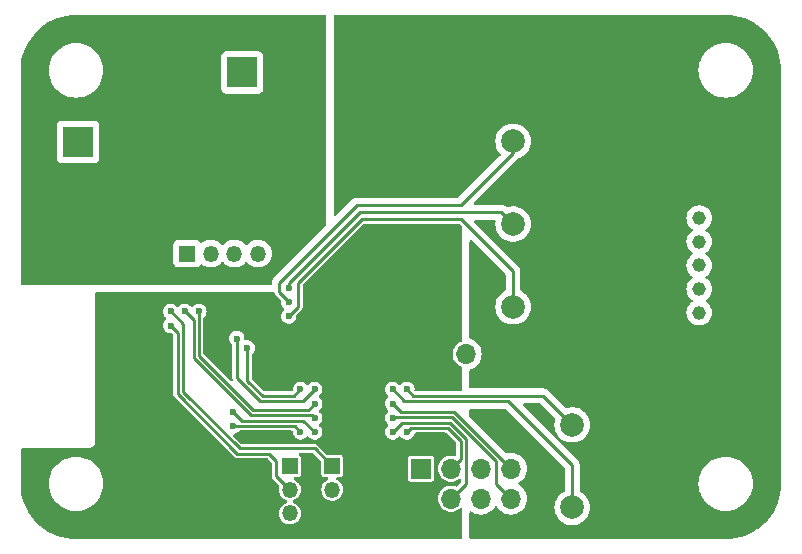
<source format=gbr>
%TF.GenerationSoftware,KiCad,Pcbnew,8.0.2*%
%TF.CreationDate,2024-06-05T10:22:25+03:00*%
%TF.ProjectId,LED driver,4c454420-6472-4697-9665-722e6b696361,rev?*%
%TF.SameCoordinates,Original*%
%TF.FileFunction,Copper,L2,Bot*%
%TF.FilePolarity,Positive*%
%FSLAX46Y46*%
G04 Gerber Fmt 4.6, Leading zero omitted, Abs format (unit mm)*
G04 Created by KiCad (PCBNEW 8.0.2) date 2024-06-05 10:22:25*
%MOMM*%
%LPD*%
G01*
G04 APERTURE LIST*
%TA.AperFunction,ComponentPad*%
%ADD10R,1.700000X1.700000*%
%TD*%
%TA.AperFunction,ComponentPad*%
%ADD11O,1.700000X1.700000*%
%TD*%
%TA.AperFunction,ComponentPad*%
%ADD12R,2.600000X2.600000*%
%TD*%
%TA.AperFunction,ComponentPad*%
%ADD13C,2.600000*%
%TD*%
%TA.AperFunction,ComponentPad*%
%ADD14C,2.000000*%
%TD*%
%TA.AperFunction,ComponentPad*%
%ADD15R,1.350000X1.350000*%
%TD*%
%TA.AperFunction,ComponentPad*%
%ADD16O,1.350000X1.350000*%
%TD*%
%TA.AperFunction,ComponentPad*%
%ADD17R,1.150000X1.150000*%
%TD*%
%TA.AperFunction,ComponentPad*%
%ADD18C,1.150000*%
%TD*%
%TA.AperFunction,ViaPad*%
%ADD19C,0.800000*%
%TD*%
%TA.AperFunction,ViaPad*%
%ADD20C,0.600000*%
%TD*%
%TA.AperFunction,Conductor*%
%ADD21C,0.250000*%
%TD*%
G04 APERTURE END LIST*
D10*
%TO.P,J3,1,Pin_1*%
%TO.N,GND*%
X129005000Y-91285000D03*
D11*
%TO.P,J3,2,Pin_2*%
%TO.N,+3.3V*%
X129005000Y-93825000D03*
%TO.P,J3,3,Pin_3*%
%TO.N,/IO0*%
X131545000Y-91285000D03*
%TO.P,J3,4,Pin_4*%
%TO.N,/IO1*%
X131545000Y-93825000D03*
%TO.P,J3,5,Pin_5*%
%TO.N,/IO2*%
X134085000Y-91285000D03*
%TO.P,J3,6,Pin_6*%
%TO.N,/IO3*%
X134085000Y-93825000D03*
%TO.P,J3,7,Pin_7*%
%TO.N,/IO18*%
X136625000Y-91285000D03*
%TO.P,J3,8,Pin_8*%
%TO.N,/IO19*%
X136625000Y-93825000D03*
%TD*%
D12*
%TO.P,J1,1,Pin_1*%
%TO.N,GND*%
X113865000Y-57735000D03*
D13*
%TO.P,J1,2,Pin_2*%
%TO.N,Net-(J1-Pin_2)*%
X108865000Y-57735000D03*
%TD*%
D14*
%TO.P,TP3,1,1*%
%TO.N,/PWM_R*%
X136805000Y-77575000D03*
%TD*%
%TO.P,TP4,1,1*%
%TO.N,/PWM_G*%
X136805000Y-70575000D03*
%TD*%
D12*
%TO.P,J1,1,Pin_1*%
%TO.N,GND*%
X99965000Y-63635000D03*
D13*
%TO.P,J1,2,Pin_2*%
%TO.N,Net-(J1-Pin_2)*%
X99965000Y-68635000D03*
%TD*%
D15*
%TO.P,J4,1,Pin_1*%
%TO.N,Net-(J4-Pin_1)*%
X109205000Y-73075000D03*
D16*
%TO.P,J4,2,Pin_2*%
%TO.N,/RX*%
X111205000Y-73075000D03*
%TO.P,J4,3,Pin_3*%
%TO.N,/TX*%
X113205000Y-73075000D03*
%TO.P,J4,4,Pin_4*%
%TO.N,GND*%
X115205000Y-73075000D03*
%TD*%
D14*
%TO.P,TP1,1,1*%
%TO.N,/PWM_W*%
X141805000Y-94575000D03*
%TD*%
%TO.P,TP2,1,1*%
%TO.N,/PWM_B*%
X141805000Y-87575000D03*
%TD*%
D15*
%TO.P,JP1,1,A*%
%TO.N,/IO9*%
X121505000Y-91075000D03*
D16*
%TO.P,JP1,2,B*%
%TO.N,GND*%
X121505000Y-93075000D03*
%TD*%
D14*
%TO.P,TP5,1,1*%
%TO.N,/PWM_WW*%
X136805000Y-63575000D03*
%TD*%
D10*
%TO.P,J5,1,Pin_1*%
%TO.N,VCC*%
X135330000Y-81575000D03*
D11*
%TO.P,J5,2,Pin_2*%
%TO.N,GND*%
X132790000Y-81575000D03*
%TO.P,J5,3,Pin_3*%
%TO.N,+3.3V*%
X130250000Y-81575000D03*
%TD*%
D15*
%TO.P,JP2,1,A*%
%TO.N,/PWM_WW*%
X117905000Y-91075000D03*
D16*
%TO.P,JP2,2,C*%
%TO.N,Net-(JP2-C)*%
X117905000Y-93075000D03*
%TO.P,JP2,3,B*%
%TO.N,Net-(JP2-B)*%
X117905000Y-95075000D03*
%TD*%
D17*
%TO.P,J2,1,Pin_1*%
%TO.N,VCC*%
X152554999Y-80074986D03*
D18*
%TO.P,J2,2,Pin_2*%
%TO.N,/W*%
X152554999Y-78074985D03*
%TO.P,J2,3,Pin_3*%
%TO.N,/B*%
X152554999Y-76074986D03*
%TO.P,J2,4,Pin_4*%
%TO.N,/R*%
X152554999Y-74074985D03*
%TO.P,J2,5,Pin_5*%
%TO.N,/G*%
X152554999Y-72074987D03*
%TO.P,J2,6,Pin_6*%
%TO.N,/WW*%
X152554999Y-70074986D03*
%TD*%
D19*
%TO.N,VCC*%
X124555000Y-59825000D03*
X124555000Y-58575000D03*
X124555000Y-57325000D03*
X123900000Y-67975000D03*
X124555000Y-56075000D03*
D20*
%TO.N,+3.3V*%
X107435000Y-92880000D03*
D19*
X115205000Y-78635000D03*
D20*
X105385000Y-91280000D03*
X103425000Y-91280000D03*
X122310000Y-95845000D03*
D19*
X127505000Y-77775000D03*
D20*
X126135000Y-91380000D03*
X109535000Y-92880000D03*
X130535000Y-71080000D03*
D19*
X126005000Y-77775000D03*
D20*
%TO.N,/PWM_W*%
X113405000Y-80275000D03*
X120005000Y-84575000D03*
X126605000Y-84575000D03*
%TO.N,/PWM_B*%
X114305000Y-81075000D03*
X118805000Y-84575000D03*
X127805000Y-84575000D03*
%TO.N,/PWM_R*%
X117805000Y-78375000D03*
%TO.N,/PWM_G*%
X117805000Y-75975000D03*
%TO.N,/PWM_WW*%
X117805000Y-77175000D03*
%TO.N,/IO9*%
X107805000Y-77975000D03*
D19*
%TO.N,Net-(J1-Pin_2)*%
X120555000Y-61575000D03*
X119305000Y-62825000D03*
X119305000Y-61575000D03*
X120555000Y-62825000D03*
D20*
%TO.N,Net-(JP2-C)*%
X107805000Y-79175000D03*
%TO.N,/IO0*%
X113105000Y-87675000D03*
X118805000Y-88175000D03*
X127805000Y-88175000D03*
%TO.N,/IO19*%
X109005000Y-77975000D03*
X126605000Y-86975000D03*
X120005000Y-86975000D03*
%TO.N,/IO18*%
X126605000Y-85775000D03*
X110205000Y-77975000D03*
X120005000Y-85775000D03*
%TO.N,/IO1*%
X120005000Y-88175000D03*
X126605000Y-88175000D03*
X113105000Y-86475000D03*
%TD*%
D21*
%TO.N,/PWM_W*%
X115405000Y-85575000D02*
X113405000Y-83575000D01*
X113405000Y-83575000D02*
X113405000Y-80275000D01*
X136405000Y-85575000D02*
X141805000Y-90975000D01*
X127605000Y-85575000D02*
X136405000Y-85575000D01*
X141805000Y-90975000D02*
X141805000Y-94575000D01*
X126605000Y-84575000D02*
X127605000Y-85575000D01*
X119005000Y-85575000D02*
X115405000Y-85575000D01*
X120005000Y-84575000D02*
X119005000Y-85575000D01*
%TO.N,/PWM_B*%
X115591396Y-85125000D02*
X114305000Y-83838604D01*
X118255000Y-85125000D02*
X115591396Y-85125000D01*
X139355000Y-85125000D02*
X141805000Y-87575000D01*
X127805000Y-84575000D02*
X128355000Y-85125000D01*
X118805000Y-84575000D02*
X118255000Y-85125000D01*
X114305000Y-83838604D02*
X114305000Y-81075000D01*
X128355000Y-85125000D02*
X139355000Y-85125000D01*
%TO.N,/PWM_R*%
X118605000Y-77575000D02*
X118605000Y-75575000D01*
X124005000Y-70175000D02*
X132405000Y-70175000D01*
X132405000Y-70175000D02*
X136805000Y-74575000D01*
X117805000Y-78375000D02*
X118605000Y-77575000D01*
X118605000Y-75575000D02*
X124005000Y-70175000D01*
X136805000Y-74575000D02*
X136805000Y-77575000D01*
%TO.N,/PWM_G*%
X117805000Y-75575000D02*
X123805000Y-69575000D01*
X117805000Y-75975000D02*
X117805000Y-75575000D01*
X123805000Y-69575000D02*
X135805000Y-69575000D01*
X135805000Y-69575000D02*
X136805000Y-70575000D01*
%TO.N,/PWM_WW*%
X117805000Y-77175000D02*
X117005000Y-76375000D01*
X117005000Y-75575000D02*
X123605000Y-68975000D01*
X123605000Y-68975000D02*
X132405000Y-68975000D01*
X136805000Y-64575000D02*
X136805000Y-63575000D01*
X132405000Y-68975000D02*
X136805000Y-64575000D01*
X117005000Y-76375000D02*
X117005000Y-75575000D01*
%TO.N,/IO9*%
X120005000Y-89575000D02*
X121505000Y-91075000D01*
X113641396Y-89575000D02*
X120005000Y-89575000D01*
X108855000Y-79025000D02*
X108855000Y-84788604D01*
X108855000Y-84788604D02*
X113641396Y-89575000D01*
X107805000Y-77975000D02*
X108855000Y-79025000D01*
%TO.N,Net-(JP2-C)*%
X108405000Y-79775000D02*
X108405000Y-84975000D01*
X107805000Y-79175000D02*
X108405000Y-79775000D01*
X116155000Y-90025000D02*
X116755000Y-90625000D01*
X113455000Y-90025000D02*
X116155000Y-90025000D01*
X116755000Y-90625000D02*
X116755000Y-91925000D01*
X116755000Y-91925000D02*
X117905000Y-93075000D01*
X108405000Y-84975000D02*
X113455000Y-90025000D01*
%TO.N,/IO0*%
X113105000Y-87675000D02*
X118305000Y-87675000D01*
X128130000Y-87850000D02*
X131257208Y-87850000D01*
X132355000Y-90475000D02*
X131545000Y-91285000D01*
X132355000Y-88947792D02*
X132355000Y-90475000D01*
X127805000Y-88175000D02*
X128130000Y-87850000D01*
X118305000Y-87675000D02*
X118805000Y-88175000D01*
X131257208Y-87850000D02*
X132355000Y-88947792D01*
%TO.N,/IO19*%
X126605000Y-86975000D02*
X126630000Y-86950000D01*
X114605000Y-86775000D02*
X119805000Y-86775000D01*
X135355000Y-92555000D02*
X136625000Y-93825000D01*
X135355000Y-90675000D02*
X135355000Y-92555000D01*
X126630000Y-86950000D02*
X131630000Y-86950000D01*
X119805000Y-86775000D02*
X120005000Y-86975000D01*
X109755000Y-78725000D02*
X109755000Y-81925000D01*
X131630000Y-86950000D02*
X135355000Y-90675000D01*
X109755000Y-81925000D02*
X114605000Y-86775000D01*
X109005000Y-77975000D02*
X109755000Y-78725000D01*
%TO.N,/IO18*%
X114791396Y-86325000D02*
X110205000Y-81738604D01*
X110205000Y-81738604D02*
X110205000Y-77975000D01*
X119455000Y-86325000D02*
X114791396Y-86325000D01*
X120005000Y-85775000D02*
X119455000Y-86325000D01*
X127330000Y-86500000D02*
X131816396Y-86500000D01*
X136601396Y-91285000D02*
X136625000Y-91285000D01*
X131816396Y-86500000D02*
X136601396Y-91285000D01*
X126605000Y-85775000D02*
X127330000Y-86500000D01*
%TO.N,/IO1*%
X127380000Y-87400000D02*
X131443604Y-87400000D01*
X132805000Y-88761396D02*
X132805000Y-92565000D01*
X113105000Y-86475000D02*
X113855000Y-87225000D01*
X131443604Y-87400000D02*
X132805000Y-88761396D01*
X113855000Y-87225000D02*
X119055000Y-87225000D01*
X126605000Y-88175000D02*
X127380000Y-87400000D01*
X132805000Y-92565000D02*
X131545000Y-93825000D01*
X119055000Y-87225000D02*
X120005000Y-88175000D01*
%TD*%
%TA.AperFunction,Conductor*%
%TO.N,Net-(J1-Pin_2)*%
G36*
X120948039Y-52895185D02*
G01*
X120993794Y-52947989D01*
X121005000Y-52999500D01*
X121005000Y-70639047D01*
X120985315Y-70706086D01*
X120968681Y-70726728D01*
X116519144Y-75176264D01*
X116519138Y-75176272D01*
X116450690Y-75278708D01*
X116450689Y-75278710D01*
X116423155Y-75345183D01*
X116423156Y-75345184D01*
X116403536Y-75392549D01*
X116403535Y-75392555D01*
X116379500Y-75513389D01*
X116379500Y-75651000D01*
X116359815Y-75718039D01*
X116307011Y-75763794D01*
X116255500Y-75775000D01*
X100884061Y-75775000D01*
X100875162Y-75774500D01*
X100872660Y-75774500D01*
X100844562Y-75774500D01*
X95229500Y-75774500D01*
X95162461Y-75754815D01*
X95116706Y-75702011D01*
X95105500Y-75650500D01*
X95105500Y-72352135D01*
X108029500Y-72352135D01*
X108029500Y-73797870D01*
X108029501Y-73797876D01*
X108035908Y-73857483D01*
X108086202Y-73992328D01*
X108086206Y-73992335D01*
X108172452Y-74107544D01*
X108172455Y-74107547D01*
X108287664Y-74193793D01*
X108287671Y-74193797D01*
X108422517Y-74244091D01*
X108422516Y-74244091D01*
X108429444Y-74244835D01*
X108482127Y-74250500D01*
X109927872Y-74250499D01*
X109987483Y-74244091D01*
X110122331Y-74193796D01*
X110237546Y-74107546D01*
X110299785Y-74024404D01*
X110355718Y-73982535D01*
X110425410Y-73977551D01*
X110482588Y-74007078D01*
X110493568Y-74017088D01*
X110493570Y-74017089D01*
X110493571Y-74017090D01*
X110678786Y-74131770D01*
X110678792Y-74131773D01*
X110701664Y-74140633D01*
X110881931Y-74210470D01*
X111096074Y-74250500D01*
X111096076Y-74250500D01*
X111313924Y-74250500D01*
X111313926Y-74250500D01*
X111528069Y-74210470D01*
X111731210Y-74131772D01*
X111916432Y-74017088D01*
X112077427Y-73870322D01*
X112106047Y-73832422D01*
X112162153Y-73790787D01*
X112231865Y-73786094D01*
X112293048Y-73819836D01*
X112303946Y-73832414D01*
X112332573Y-73870322D01*
X112493568Y-74017088D01*
X112493575Y-74017092D01*
X112493576Y-74017093D01*
X112678786Y-74131770D01*
X112678792Y-74131773D01*
X112701664Y-74140633D01*
X112881931Y-74210470D01*
X113096074Y-74250500D01*
X113096076Y-74250500D01*
X113313924Y-74250500D01*
X113313926Y-74250500D01*
X113528069Y-74210470D01*
X113731210Y-74131772D01*
X113916432Y-74017088D01*
X114077427Y-73870322D01*
X114106047Y-73832422D01*
X114162153Y-73790787D01*
X114231865Y-73786094D01*
X114293048Y-73819836D01*
X114303946Y-73832414D01*
X114332573Y-73870322D01*
X114493568Y-74017088D01*
X114493575Y-74017092D01*
X114493576Y-74017093D01*
X114678786Y-74131770D01*
X114678792Y-74131773D01*
X114701664Y-74140633D01*
X114881931Y-74210470D01*
X115096074Y-74250500D01*
X115096076Y-74250500D01*
X115313924Y-74250500D01*
X115313926Y-74250500D01*
X115528069Y-74210470D01*
X115731210Y-74131772D01*
X115916432Y-74017088D01*
X116077427Y-73870322D01*
X116208712Y-73696472D01*
X116305817Y-73501459D01*
X116365435Y-73291923D01*
X116385536Y-73075000D01*
X116365435Y-72858077D01*
X116305817Y-72648541D01*
X116208712Y-72453528D01*
X116077427Y-72279678D01*
X116050016Y-72254690D01*
X115960996Y-72173537D01*
X115916432Y-72132912D01*
X115916428Y-72132909D01*
X115916423Y-72132906D01*
X115731213Y-72018229D01*
X115731207Y-72018226D01*
X115646113Y-71985260D01*
X115528069Y-71939530D01*
X115313926Y-71899500D01*
X115096074Y-71899500D01*
X114881931Y-71939530D01*
X114838896Y-71956202D01*
X114678792Y-72018226D01*
X114678786Y-72018229D01*
X114493576Y-72132906D01*
X114493566Y-72132913D01*
X114332573Y-72279676D01*
X114303953Y-72317576D01*
X114247844Y-72359211D01*
X114178132Y-72363902D01*
X114116950Y-72330159D01*
X114106047Y-72317576D01*
X114077426Y-72279676D01*
X113916433Y-72132913D01*
X113916423Y-72132906D01*
X113731213Y-72018229D01*
X113731207Y-72018226D01*
X113646113Y-71985260D01*
X113528069Y-71939530D01*
X113313926Y-71899500D01*
X113096074Y-71899500D01*
X112881931Y-71939530D01*
X112838896Y-71956202D01*
X112678792Y-72018226D01*
X112678786Y-72018229D01*
X112493576Y-72132906D01*
X112493566Y-72132913D01*
X112332573Y-72279676D01*
X112303953Y-72317576D01*
X112247844Y-72359211D01*
X112178132Y-72363902D01*
X112116950Y-72330159D01*
X112106047Y-72317576D01*
X112077426Y-72279676D01*
X111916433Y-72132913D01*
X111916423Y-72132906D01*
X111731213Y-72018229D01*
X111731207Y-72018226D01*
X111646113Y-71985260D01*
X111528069Y-71939530D01*
X111313926Y-71899500D01*
X111096074Y-71899500D01*
X110881931Y-71939530D01*
X110838896Y-71956202D01*
X110678792Y-72018226D01*
X110678786Y-72018229D01*
X110493565Y-72132913D01*
X110482585Y-72142923D01*
X110419780Y-72173537D01*
X110350393Y-72165336D01*
X110299785Y-72125594D01*
X110273848Y-72090948D01*
X110237546Y-72042454D01*
X110237544Y-72042453D01*
X110237544Y-72042452D01*
X110122335Y-71956206D01*
X110122328Y-71956202D01*
X109987482Y-71905908D01*
X109987483Y-71905908D01*
X109927883Y-71899501D01*
X109927881Y-71899500D01*
X109927873Y-71899500D01*
X109927864Y-71899500D01*
X108482129Y-71899500D01*
X108482123Y-71899501D01*
X108422516Y-71905908D01*
X108287671Y-71956202D01*
X108287664Y-71956206D01*
X108172455Y-72042452D01*
X108172452Y-72042455D01*
X108086206Y-72157664D01*
X108086202Y-72157671D01*
X108035908Y-72292517D01*
X108029501Y-72352116D01*
X108029500Y-72352135D01*
X95105500Y-72352135D01*
X95105500Y-62287135D01*
X98164500Y-62287135D01*
X98164500Y-64982870D01*
X98164501Y-64982876D01*
X98170908Y-65042483D01*
X98221202Y-65177328D01*
X98221206Y-65177335D01*
X98307452Y-65292544D01*
X98307455Y-65292547D01*
X98422664Y-65378793D01*
X98422671Y-65378797D01*
X98557517Y-65429091D01*
X98557516Y-65429091D01*
X98564444Y-65429835D01*
X98617127Y-65435500D01*
X101312872Y-65435499D01*
X101372483Y-65429091D01*
X101507331Y-65378796D01*
X101622546Y-65292546D01*
X101708796Y-65177331D01*
X101759091Y-65042483D01*
X101765500Y-64982873D01*
X101765499Y-62287128D01*
X101759091Y-62227517D01*
X101708796Y-62092669D01*
X101708795Y-62092668D01*
X101708793Y-62092664D01*
X101622547Y-61977455D01*
X101622544Y-61977452D01*
X101507335Y-61891206D01*
X101507328Y-61891202D01*
X101372482Y-61840908D01*
X101372483Y-61840908D01*
X101312883Y-61834501D01*
X101312881Y-61834500D01*
X101312873Y-61834500D01*
X101312864Y-61834500D01*
X98617129Y-61834500D01*
X98617123Y-61834501D01*
X98557516Y-61840908D01*
X98422671Y-61891202D01*
X98422664Y-61891206D01*
X98307455Y-61977452D01*
X98307452Y-61977455D01*
X98221206Y-62092664D01*
X98221202Y-62092671D01*
X98170908Y-62227517D01*
X98164501Y-62287116D01*
X98164501Y-62287123D01*
X98164500Y-62287135D01*
X95105500Y-62287135D01*
X95105500Y-57577706D01*
X95105559Y-57575000D01*
X97499564Y-57575000D01*
X97519287Y-57875918D01*
X97519288Y-57875930D01*
X97578118Y-58171683D01*
X97578122Y-58171698D01*
X97675053Y-58457247D01*
X97675062Y-58457268D01*
X97808431Y-58727713D01*
X97808435Y-58727720D01*
X97975973Y-58978459D01*
X98174810Y-59205189D01*
X98401540Y-59404026D01*
X98652279Y-59571564D01*
X98652286Y-59571568D01*
X98922731Y-59704937D01*
X98922736Y-59704939D01*
X98922748Y-59704945D01*
X99208309Y-59801880D01*
X99408251Y-59841651D01*
X99504069Y-59860711D01*
X99504070Y-59860711D01*
X99504080Y-59860713D01*
X99805000Y-59880436D01*
X100105920Y-59860713D01*
X100401691Y-59801880D01*
X100687252Y-59704945D01*
X100957718Y-59571566D01*
X101208461Y-59404025D01*
X101435189Y-59205189D01*
X101634025Y-58978461D01*
X101801566Y-58727718D01*
X101934945Y-58457252D01*
X102031880Y-58171691D01*
X102090713Y-57875920D01*
X102110436Y-57575000D01*
X102090713Y-57274080D01*
X102031880Y-56978309D01*
X101934945Y-56692748D01*
X101801566Y-56422282D01*
X101778082Y-56387135D01*
X112064500Y-56387135D01*
X112064500Y-59082870D01*
X112064501Y-59082876D01*
X112070908Y-59142483D01*
X112121202Y-59277328D01*
X112121206Y-59277335D01*
X112207452Y-59392544D01*
X112207455Y-59392547D01*
X112322664Y-59478793D01*
X112322671Y-59478797D01*
X112457517Y-59529091D01*
X112457516Y-59529091D01*
X112464444Y-59529835D01*
X112517127Y-59535500D01*
X115212872Y-59535499D01*
X115272483Y-59529091D01*
X115407331Y-59478796D01*
X115522546Y-59392546D01*
X115608796Y-59277331D01*
X115659091Y-59142483D01*
X115665500Y-59082873D01*
X115665499Y-56387128D01*
X115659091Y-56327517D01*
X115628790Y-56246277D01*
X115608797Y-56192671D01*
X115608793Y-56192664D01*
X115522547Y-56077455D01*
X115522544Y-56077452D01*
X115407335Y-55991206D01*
X115407328Y-55991202D01*
X115272482Y-55940908D01*
X115272483Y-55940908D01*
X115212883Y-55934501D01*
X115212881Y-55934500D01*
X115212873Y-55934500D01*
X115212864Y-55934500D01*
X112517129Y-55934500D01*
X112517123Y-55934501D01*
X112457516Y-55940908D01*
X112322671Y-55991202D01*
X112322664Y-55991206D01*
X112207455Y-56077452D01*
X112207452Y-56077455D01*
X112121206Y-56192664D01*
X112121202Y-56192671D01*
X112070908Y-56327517D01*
X112064501Y-56387116D01*
X112064501Y-56387123D01*
X112064500Y-56387135D01*
X101778082Y-56387135D01*
X101738246Y-56327517D01*
X101634026Y-56171540D01*
X101435189Y-55944810D01*
X101208459Y-55745973D01*
X100957720Y-55578435D01*
X100957713Y-55578431D01*
X100687268Y-55445062D01*
X100687247Y-55445053D01*
X100401698Y-55348122D01*
X100401692Y-55348120D01*
X100401691Y-55348120D01*
X100401689Y-55348119D01*
X100401683Y-55348118D01*
X100105930Y-55289288D01*
X100105921Y-55289287D01*
X100105920Y-55289287D01*
X99805000Y-55269564D01*
X99504080Y-55289287D01*
X99504079Y-55289287D01*
X99504069Y-55289288D01*
X99208316Y-55348118D01*
X99208301Y-55348122D01*
X98922752Y-55445053D01*
X98922731Y-55445062D01*
X98652286Y-55578431D01*
X98652279Y-55578435D01*
X98401540Y-55745973D01*
X98174810Y-55944810D01*
X97975973Y-56171540D01*
X97808435Y-56422279D01*
X97808431Y-56422286D01*
X97675062Y-56692731D01*
X97675053Y-56692752D01*
X97578122Y-56978301D01*
X97578118Y-56978316D01*
X97519288Y-57274069D01*
X97519287Y-57274081D01*
X97499564Y-57575000D01*
X95105559Y-57575000D01*
X95105618Y-57572297D01*
X95107227Y-57535438D01*
X95123147Y-57170795D01*
X95124087Y-57160064D01*
X95176189Y-56764302D01*
X95178063Y-56753672D01*
X95264463Y-56363950D01*
X95267261Y-56353512D01*
X95387291Y-55972823D01*
X95390979Y-55962691D01*
X95543742Y-55593888D01*
X95548300Y-55584114D01*
X95732617Y-55230045D01*
X95738012Y-55220700D01*
X95952495Y-54884029D01*
X95958685Y-54875189D01*
X96201687Y-54558503D01*
X96208625Y-54550234D01*
X96478304Y-54255932D01*
X96485932Y-54248304D01*
X96780234Y-53978625D01*
X96788503Y-53971687D01*
X97105189Y-53728685D01*
X97114029Y-53722495D01*
X97450700Y-53508012D01*
X97460045Y-53502617D01*
X97814114Y-53318300D01*
X97823888Y-53313742D01*
X98192691Y-53160979D01*
X98202823Y-53157291D01*
X98583521Y-53037258D01*
X98593950Y-53034463D01*
X98983672Y-52948063D01*
X98994302Y-52946189D01*
X99390064Y-52894087D01*
X99400795Y-52893147D01*
X99802297Y-52875617D01*
X99807706Y-52875500D01*
X120881000Y-52875500D01*
X120948039Y-52895185D01*
G37*
%TD.AperFunction*%
%TD*%
%TA.AperFunction,Conductor*%
%TO.N,+3.3V*%
G36*
X132265140Y-70570185D02*
G01*
X132285782Y-70586819D01*
X132468681Y-70769718D01*
X132502166Y-70831041D01*
X132505000Y-70857399D01*
X132505000Y-80420271D01*
X132485315Y-80487310D01*
X132432511Y-80533065D01*
X132425794Y-80535898D01*
X132297364Y-80585651D01*
X132297357Y-80585655D01*
X132123960Y-80693017D01*
X132123958Y-80693019D01*
X131973237Y-80830418D01*
X131850327Y-80993178D01*
X131759422Y-81175739D01*
X131759417Y-81175752D01*
X131703602Y-81371917D01*
X131684785Y-81574999D01*
X131684785Y-81575000D01*
X131703602Y-81778082D01*
X131759417Y-81974247D01*
X131759422Y-81974260D01*
X131850327Y-82156821D01*
X131973237Y-82319581D01*
X132123958Y-82456980D01*
X132123960Y-82456982D01*
X132223141Y-82518392D01*
X132297363Y-82564348D01*
X132425794Y-82614102D01*
X132481195Y-82656673D01*
X132504786Y-82722440D01*
X132505000Y-82729728D01*
X132505000Y-84625500D01*
X132485315Y-84692539D01*
X132432511Y-84738294D01*
X132381000Y-84749500D01*
X128579057Y-84749500D01*
X128512018Y-84729815D01*
X128466263Y-84677011D01*
X128455961Y-84610554D01*
X128460278Y-84575000D01*
X128460278Y-84574999D01*
X128441237Y-84418182D01*
X128385220Y-84270477D01*
X128295483Y-84140470D01*
X128177240Y-84035717D01*
X128177238Y-84035716D01*
X128177237Y-84035715D01*
X128037365Y-83962303D01*
X127883986Y-83924500D01*
X127883985Y-83924500D01*
X127726015Y-83924500D01*
X127726014Y-83924500D01*
X127572634Y-83962303D01*
X127432762Y-84035715D01*
X127314515Y-84140471D01*
X127307048Y-84151290D01*
X127252764Y-84195279D01*
X127183315Y-84202936D01*
X127120751Y-84171831D01*
X127102952Y-84151290D01*
X127095484Y-84140471D01*
X127095483Y-84140470D01*
X126977240Y-84035717D01*
X126977238Y-84035716D01*
X126977237Y-84035715D01*
X126837365Y-83962303D01*
X126683986Y-83924500D01*
X126683985Y-83924500D01*
X126526015Y-83924500D01*
X126526014Y-83924500D01*
X126372634Y-83962303D01*
X126232762Y-84035715D01*
X126114516Y-84140471D01*
X126024781Y-84270475D01*
X126024780Y-84270476D01*
X125968762Y-84418181D01*
X125949722Y-84574999D01*
X125949722Y-84575000D01*
X125968762Y-84731818D01*
X126024780Y-84879523D01*
X126024781Y-84879524D01*
X126114518Y-85009531D01*
X126196527Y-85082185D01*
X126233654Y-85141374D01*
X126232886Y-85211240D01*
X126196527Y-85267815D01*
X126114518Y-85340468D01*
X126024781Y-85470475D01*
X126024780Y-85470476D01*
X125968762Y-85618181D01*
X125949722Y-85774999D01*
X125949722Y-85775000D01*
X125968762Y-85931818D01*
X126018405Y-86062713D01*
X126024780Y-86079523D01*
X126095437Y-86181887D01*
X126114518Y-86209531D01*
X126196527Y-86282185D01*
X126233654Y-86341374D01*
X126232886Y-86411240D01*
X126196527Y-86467815D01*
X126114518Y-86540468D01*
X126024781Y-86670475D01*
X126024780Y-86670476D01*
X125968762Y-86818181D01*
X125949722Y-86974999D01*
X125949722Y-86975000D01*
X125968762Y-87131818D01*
X126009968Y-87240468D01*
X126024780Y-87279523D01*
X126087560Y-87370475D01*
X126114518Y-87409531D01*
X126196527Y-87482185D01*
X126233654Y-87541374D01*
X126232886Y-87611240D01*
X126196527Y-87667815D01*
X126114518Y-87740468D01*
X126024781Y-87870475D01*
X126024780Y-87870476D01*
X125968762Y-88018181D01*
X125949722Y-88174999D01*
X125949722Y-88175000D01*
X125968762Y-88331818D01*
X125995215Y-88401567D01*
X126024780Y-88479523D01*
X126114517Y-88609530D01*
X126232760Y-88714283D01*
X126232762Y-88714284D01*
X126372634Y-88787696D01*
X126526014Y-88825500D01*
X126526015Y-88825500D01*
X126683985Y-88825500D01*
X126837365Y-88787696D01*
X126977240Y-88714283D01*
X127095483Y-88609530D01*
X127102950Y-88598711D01*
X127157233Y-88554722D01*
X127226681Y-88547062D01*
X127289246Y-88578165D01*
X127307049Y-88598711D01*
X127314517Y-88609530D01*
X127432760Y-88714283D01*
X127432762Y-88714284D01*
X127572634Y-88787696D01*
X127726014Y-88825500D01*
X127726015Y-88825500D01*
X127883985Y-88825500D01*
X128037365Y-88787696D01*
X128177240Y-88714283D01*
X128295483Y-88609530D01*
X128385220Y-88479523D01*
X128441237Y-88331818D01*
X128443032Y-88324536D01*
X128445006Y-88325022D01*
X128468529Y-88270373D01*
X128526464Y-88231318D01*
X128564001Y-88225500D01*
X131050309Y-88225500D01*
X131117348Y-88245185D01*
X131137990Y-88261819D01*
X131943181Y-89067010D01*
X131976666Y-89128333D01*
X131979500Y-89154691D01*
X131979500Y-90097332D01*
X131959815Y-90164371D01*
X131907011Y-90210126D01*
X131837853Y-90220070D01*
X131832740Y-90219225D01*
X131646976Y-90184500D01*
X131443024Y-90184500D01*
X131242544Y-90221976D01*
X131242541Y-90221976D01*
X131242541Y-90221977D01*
X131052364Y-90295651D01*
X131052357Y-90295655D01*
X130878960Y-90403017D01*
X130878958Y-90403019D01*
X130728237Y-90540418D01*
X130605327Y-90703178D01*
X130514422Y-90885739D01*
X130514417Y-90885752D01*
X130458602Y-91081917D01*
X130439785Y-91284999D01*
X130439785Y-91285000D01*
X130458602Y-91488082D01*
X130514417Y-91684247D01*
X130514422Y-91684260D01*
X130605327Y-91866821D01*
X130728237Y-92029581D01*
X130878958Y-92166980D01*
X130878960Y-92166982D01*
X130920222Y-92192530D01*
X131052363Y-92274348D01*
X131242544Y-92348024D01*
X131443024Y-92385500D01*
X131443026Y-92385500D01*
X131646974Y-92385500D01*
X131646976Y-92385500D01*
X131847456Y-92348024D01*
X132037637Y-92274348D01*
X132211041Y-92166981D01*
X132221960Y-92157026D01*
X132284763Y-92126408D01*
X132354151Y-92134604D01*
X132408092Y-92179013D01*
X132429461Y-92245535D01*
X132429500Y-92248662D01*
X132429500Y-92358100D01*
X132409815Y-92425139D01*
X132393181Y-92445781D01*
X132070028Y-92768933D01*
X132008705Y-92802418D01*
X131939013Y-92797434D01*
X131937554Y-92796879D01*
X131847461Y-92761977D01*
X131847456Y-92761976D01*
X131646976Y-92724500D01*
X131443024Y-92724500D01*
X131242544Y-92761976D01*
X131242541Y-92761976D01*
X131242541Y-92761977D01*
X131052364Y-92835651D01*
X131052357Y-92835655D01*
X130878960Y-92943017D01*
X130878958Y-92943019D01*
X130728237Y-93080418D01*
X130605327Y-93243178D01*
X130514422Y-93425739D01*
X130514417Y-93425752D01*
X130458602Y-93621917D01*
X130439785Y-93824999D01*
X130439785Y-93825000D01*
X130458602Y-94028082D01*
X130514417Y-94224247D01*
X130514422Y-94224260D01*
X130605327Y-94406821D01*
X130728237Y-94569581D01*
X130878958Y-94706980D01*
X130878960Y-94706982D01*
X130978141Y-94768392D01*
X131052363Y-94814348D01*
X131242544Y-94888024D01*
X131443024Y-94925500D01*
X131443026Y-94925500D01*
X131646974Y-94925500D01*
X131646976Y-94925500D01*
X131847456Y-94888024D01*
X132037637Y-94814348D01*
X132211041Y-94706981D01*
X132297462Y-94628198D01*
X132360266Y-94597581D01*
X132429653Y-94605778D01*
X132483593Y-94650188D01*
X132504961Y-94716710D01*
X132505000Y-94719835D01*
X132505000Y-97150500D01*
X132485315Y-97217539D01*
X132432511Y-97263294D01*
X132381000Y-97274500D01*
X99807706Y-97274500D01*
X99802297Y-97274382D01*
X99400818Y-97256853D01*
X99390042Y-97255910D01*
X98994314Y-97203811D01*
X98983660Y-97201933D01*
X98593960Y-97115538D01*
X98583512Y-97112738D01*
X98202840Y-96992713D01*
X98192674Y-96989013D01*
X97823903Y-96836263D01*
X97814099Y-96831691D01*
X97460057Y-96647388D01*
X97450689Y-96641980D01*
X97114040Y-96427511D01*
X97105179Y-96421306D01*
X96788512Y-96178319D01*
X96780225Y-96171365D01*
X96485943Y-95901705D01*
X96478294Y-95894056D01*
X96208634Y-95599774D01*
X96201680Y-95591487D01*
X95958693Y-95274820D01*
X95952488Y-95265959D01*
X95738019Y-94929310D01*
X95732611Y-94919942D01*
X95715996Y-94888024D01*
X95548305Y-94565893D01*
X95543736Y-94556096D01*
X95532102Y-94528008D01*
X95390982Y-94187315D01*
X95387286Y-94177159D01*
X95380936Y-94157020D01*
X95267260Y-93796483D01*
X95264461Y-93786039D01*
X95260144Y-93766566D01*
X95178064Y-93396331D01*
X95176188Y-93385685D01*
X95157427Y-93243179D01*
X95124087Y-92989937D01*
X95123147Y-92979202D01*
X95105618Y-92577702D01*
X95105559Y-92575000D01*
X97499564Y-92575000D01*
X97514106Y-92796879D01*
X97519287Y-92875918D01*
X97519288Y-92875930D01*
X97578118Y-93171683D01*
X97578122Y-93171698D01*
X97675053Y-93457247D01*
X97675062Y-93457268D01*
X97808431Y-93727713D01*
X97808435Y-93727720D01*
X97975973Y-93978459D01*
X98174810Y-94205189D01*
X98401540Y-94404026D01*
X98652279Y-94571564D01*
X98652286Y-94571568D01*
X98922731Y-94704937D01*
X98922736Y-94704939D01*
X98922748Y-94704945D01*
X99208309Y-94801880D01*
X99408251Y-94841651D01*
X99504069Y-94860711D01*
X99504070Y-94860711D01*
X99504080Y-94860713D01*
X99805000Y-94880436D01*
X100105920Y-94860713D01*
X100401691Y-94801880D01*
X100687252Y-94704945D01*
X100957718Y-94571566D01*
X101208461Y-94404025D01*
X101435189Y-94205189D01*
X101634025Y-93978461D01*
X101801566Y-93727718D01*
X101934945Y-93457252D01*
X102031880Y-93171691D01*
X102090713Y-92875920D01*
X102110436Y-92575000D01*
X102090713Y-92274080D01*
X102083492Y-92237780D01*
X102069410Y-92166982D01*
X102031880Y-91978309D01*
X101934945Y-91692748D01*
X101930759Y-91684260D01*
X101801568Y-91422286D01*
X101801564Y-91422279D01*
X101634026Y-91171540D01*
X101435189Y-90944810D01*
X101208459Y-90745973D01*
X100957720Y-90578435D01*
X100957713Y-90578431D01*
X100687268Y-90445062D01*
X100687247Y-90445053D01*
X100401698Y-90348122D01*
X100401692Y-90348120D01*
X100401691Y-90348120D01*
X100401689Y-90348119D01*
X100401683Y-90348118D01*
X100105930Y-90289288D01*
X100105921Y-90289287D01*
X100105920Y-90289287D01*
X99805000Y-90269564D01*
X99504080Y-90289287D01*
X99504079Y-90289287D01*
X99504069Y-90289288D01*
X99208316Y-90348118D01*
X99208301Y-90348122D01*
X98922752Y-90445053D01*
X98922731Y-90445062D01*
X98652286Y-90578431D01*
X98652279Y-90578435D01*
X98401540Y-90745973D01*
X98174810Y-90944810D01*
X97975973Y-91171540D01*
X97808435Y-91422279D01*
X97808431Y-91422286D01*
X97675062Y-91692731D01*
X97675053Y-91692752D01*
X97578122Y-91978301D01*
X97578118Y-91978316D01*
X97519288Y-92274069D01*
X97519287Y-92274079D01*
X97519287Y-92274080D01*
X97499564Y-92575000D01*
X95105559Y-92575000D01*
X95105500Y-92572293D01*
X95105500Y-89699500D01*
X95125185Y-89632461D01*
X95177989Y-89586706D01*
X95229500Y-89575500D01*
X100872658Y-89575500D01*
X100872660Y-89575500D01*
X100872662Y-89575499D01*
X100872666Y-89575499D01*
X101004580Y-89545391D01*
X101004581Y-89545390D01*
X101004588Y-89545389D01*
X101126507Y-89486675D01*
X101232305Y-89402305D01*
X101316675Y-89296507D01*
X101375389Y-89174588D01*
X101391653Y-89103329D01*
X101405499Y-89042666D01*
X101405500Y-89042658D01*
X101405500Y-77974999D01*
X107149722Y-77974999D01*
X107149722Y-77975000D01*
X107168762Y-78131818D01*
X107218973Y-78264211D01*
X107224780Y-78279523D01*
X107290684Y-78375001D01*
X107314518Y-78409531D01*
X107396527Y-78482185D01*
X107433654Y-78541374D01*
X107432886Y-78611240D01*
X107396527Y-78667815D01*
X107314518Y-78740468D01*
X107224781Y-78870475D01*
X107224780Y-78870476D01*
X107168762Y-79018181D01*
X107149722Y-79174999D01*
X107149722Y-79175000D01*
X107168762Y-79331818D01*
X107224780Y-79479523D01*
X107314517Y-79609530D01*
X107432760Y-79714283D01*
X107432762Y-79714284D01*
X107572634Y-79787696D01*
X107726014Y-79825500D01*
X107873101Y-79825500D01*
X107940140Y-79845185D01*
X107960782Y-79861819D01*
X107993181Y-79894218D01*
X108026666Y-79955541D01*
X108029500Y-79981899D01*
X108029500Y-85024436D01*
X108042277Y-85072123D01*
X108042291Y-85072173D01*
X108042295Y-85072186D01*
X108055090Y-85119938D01*
X108104525Y-85205562D01*
X108104526Y-85205563D01*
X113154525Y-90255562D01*
X113224438Y-90325475D01*
X113310062Y-90374910D01*
X113357811Y-90387705D01*
X113357812Y-90387705D01*
X113367903Y-90390408D01*
X113405564Y-90400500D01*
X113405565Y-90400500D01*
X115948101Y-90400500D01*
X116015140Y-90420185D01*
X116035782Y-90436819D01*
X116343181Y-90744218D01*
X116376666Y-90805541D01*
X116379500Y-90831899D01*
X116379500Y-91974435D01*
X116405090Y-92069938D01*
X116405091Y-92069939D01*
X116405091Y-92069940D01*
X116454526Y-92155563D01*
X116986557Y-92687594D01*
X117020042Y-92748917D01*
X117016808Y-92813591D01*
X116994738Y-92881516D01*
X116974402Y-93075000D01*
X116994738Y-93268483D01*
X117054856Y-93453510D01*
X117054857Y-93453511D01*
X117100382Y-93532362D01*
X117152130Y-93621992D01*
X117189661Y-93663674D01*
X117282302Y-93766564D01*
X117282305Y-93766566D01*
X117282308Y-93766569D01*
X117400352Y-93852333D01*
X117439702Y-93880923D01*
X117621178Y-93961720D01*
X117674415Y-94006970D01*
X117694737Y-94073819D01*
X117675692Y-94141043D01*
X117623326Y-94187299D01*
X117621178Y-94188280D01*
X117439702Y-94269076D01*
X117282305Y-94383433D01*
X117282302Y-94383435D01*
X117152129Y-94528009D01*
X117054857Y-94696488D01*
X117054856Y-94696489D01*
X116994738Y-94881516D01*
X116974402Y-95075000D01*
X116994738Y-95268483D01*
X117054856Y-95453510D01*
X117054857Y-95453511D01*
X117134518Y-95591487D01*
X117152130Y-95621992D01*
X117184220Y-95657631D01*
X117282302Y-95766564D01*
X117282305Y-95766566D01*
X117282308Y-95766569D01*
X117400352Y-95852333D01*
X117439702Y-95880923D01*
X117507926Y-95911297D01*
X117617429Y-95960051D01*
X117807726Y-96000500D01*
X118002274Y-96000500D01*
X118192571Y-95960051D01*
X118370299Y-95880922D01*
X118527692Y-95766569D01*
X118657870Y-95621992D01*
X118755144Y-95453508D01*
X118815262Y-95268482D01*
X118835598Y-95075000D01*
X118815262Y-94881518D01*
X118755144Y-94696492D01*
X118755143Y-94696491D01*
X118755143Y-94696489D01*
X118755142Y-94696488D01*
X118679747Y-94565900D01*
X118657870Y-94528008D01*
X118606882Y-94471381D01*
X118527697Y-94383435D01*
X118527694Y-94383433D01*
X118527693Y-94383432D01*
X118527692Y-94383431D01*
X118370299Y-94269078D01*
X118192571Y-94189949D01*
X118192568Y-94189948D01*
X118188821Y-94188280D01*
X118135584Y-94143030D01*
X118115262Y-94076181D01*
X118134307Y-94008957D01*
X118186672Y-93962701D01*
X118188821Y-93961720D01*
X118192568Y-93960051D01*
X118192571Y-93960051D01*
X118370299Y-93880922D01*
X118527692Y-93766569D01*
X118657870Y-93621992D01*
X118755144Y-93453508D01*
X118815262Y-93268482D01*
X118835598Y-93075000D01*
X118815262Y-92881518D01*
X118755144Y-92696492D01*
X118755143Y-92696491D01*
X118755143Y-92696489D01*
X118755142Y-92696488D01*
X118721202Y-92637703D01*
X118657870Y-92528008D01*
X118606882Y-92471381D01*
X118527697Y-92383435D01*
X118527694Y-92383433D01*
X118527693Y-92383432D01*
X118527692Y-92383431D01*
X118377553Y-92274348D01*
X118370297Y-92269076D01*
X118300002Y-92237780D01*
X118246765Y-92192530D01*
X118226443Y-92125681D01*
X118245488Y-92058457D01*
X118297853Y-92012201D01*
X118350437Y-92000500D01*
X118604676Y-92000500D01*
X118604677Y-92000499D01*
X118677740Y-91985966D01*
X118760601Y-91930601D01*
X118815966Y-91847740D01*
X118830500Y-91774674D01*
X118830500Y-90375326D01*
X118830500Y-90375323D01*
X118830499Y-90375321D01*
X118815967Y-90302264D01*
X118815966Y-90302260D01*
X118811550Y-90295651D01*
X118760601Y-90219399D01*
X118698045Y-90177601D01*
X118653241Y-90123991D01*
X118644534Y-90054666D01*
X118674688Y-89991638D01*
X118734131Y-89954918D01*
X118766937Y-89950500D01*
X119798101Y-89950500D01*
X119865140Y-89970185D01*
X119885782Y-89986819D01*
X120543181Y-90644218D01*
X120576666Y-90705541D01*
X120579500Y-90731899D01*
X120579500Y-91774678D01*
X120594032Y-91847735D01*
X120594033Y-91847739D01*
X120594034Y-91847740D01*
X120649399Y-91930601D01*
X120720800Y-91978309D01*
X120732260Y-91985966D01*
X120732264Y-91985967D01*
X120805321Y-92000499D01*
X120805324Y-92000500D01*
X121059563Y-92000500D01*
X121126602Y-92020185D01*
X121172357Y-92072989D01*
X121182301Y-92142147D01*
X121153276Y-92205703D01*
X121109998Y-92237780D01*
X121039702Y-92269076D01*
X120882305Y-92383433D01*
X120882302Y-92383435D01*
X120752129Y-92528009D01*
X120654857Y-92696488D01*
X120654856Y-92696489D01*
X120594738Y-92881516D01*
X120574402Y-93075000D01*
X120594738Y-93268483D01*
X120654856Y-93453510D01*
X120654857Y-93453511D01*
X120700382Y-93532362D01*
X120752130Y-93621992D01*
X120789661Y-93663674D01*
X120882302Y-93766564D01*
X120882305Y-93766566D01*
X120882308Y-93766569D01*
X121000352Y-93852333D01*
X121039702Y-93880923D01*
X121090913Y-93903723D01*
X121217429Y-93960051D01*
X121407726Y-94000500D01*
X121602274Y-94000500D01*
X121792571Y-93960051D01*
X121970299Y-93880922D01*
X122127692Y-93766569D01*
X122257870Y-93621992D01*
X122355144Y-93453508D01*
X122415262Y-93268482D01*
X122435598Y-93075000D01*
X122415262Y-92881518D01*
X122355144Y-92696492D01*
X122355143Y-92696491D01*
X122355143Y-92696489D01*
X122355142Y-92696488D01*
X122321202Y-92637703D01*
X122257870Y-92528008D01*
X122206882Y-92471381D01*
X122127697Y-92383435D01*
X122127694Y-92383433D01*
X122127693Y-92383432D01*
X122127692Y-92383431D01*
X121977553Y-92274348D01*
X121970297Y-92269076D01*
X121900002Y-92237780D01*
X121846765Y-92192530D01*
X121826443Y-92125681D01*
X121845488Y-92058457D01*
X121897853Y-92012201D01*
X121950437Y-92000500D01*
X122204676Y-92000500D01*
X122204677Y-92000499D01*
X122277740Y-91985966D01*
X122360601Y-91930601D01*
X122415966Y-91847740D01*
X122430500Y-91774674D01*
X122430500Y-90410321D01*
X127904500Y-90410321D01*
X127904500Y-92159678D01*
X127919032Y-92232735D01*
X127919033Y-92232739D01*
X127937405Y-92260235D01*
X127974399Y-92315601D01*
X128057260Y-92370966D01*
X128057264Y-92370967D01*
X128130321Y-92385499D01*
X128130324Y-92385500D01*
X128130326Y-92385500D01*
X129879676Y-92385500D01*
X129879677Y-92385499D01*
X129952740Y-92370966D01*
X130035601Y-92315601D01*
X130090966Y-92232740D01*
X130105500Y-92159674D01*
X130105500Y-90410326D01*
X130105500Y-90410323D01*
X130105499Y-90410321D01*
X130090967Y-90337264D01*
X130090966Y-90337260D01*
X130082457Y-90324525D01*
X130035601Y-90254399D01*
X129952740Y-90199034D01*
X129952739Y-90199033D01*
X129952735Y-90199032D01*
X129879677Y-90184500D01*
X129879674Y-90184500D01*
X128130326Y-90184500D01*
X128130323Y-90184500D01*
X128057264Y-90199032D01*
X128057260Y-90199033D01*
X127974399Y-90254399D01*
X127919033Y-90337260D01*
X127919032Y-90337264D01*
X127904500Y-90410321D01*
X122430500Y-90410321D01*
X122430500Y-90375326D01*
X122430500Y-90375323D01*
X122430499Y-90375321D01*
X122415967Y-90302264D01*
X122415966Y-90302260D01*
X122411550Y-90295651D01*
X122360601Y-90219399D01*
X122298048Y-90177603D01*
X122277739Y-90164033D01*
X122277735Y-90164032D01*
X122204677Y-90149500D01*
X122204674Y-90149500D01*
X121161899Y-90149500D01*
X121094860Y-90129815D01*
X121074218Y-90113181D01*
X120235563Y-89274526D01*
X120235562Y-89274525D01*
X120149938Y-89225090D01*
X120102186Y-89212295D01*
X120102184Y-89212294D01*
X120102182Y-89212293D01*
X120054436Y-89199500D01*
X120054435Y-89199500D01*
X113848295Y-89199500D01*
X113781256Y-89179815D01*
X113760614Y-89163181D01*
X113130015Y-88532582D01*
X113096530Y-88471259D01*
X113101514Y-88401567D01*
X113143386Y-88345634D01*
X113188017Y-88324506D01*
X113337365Y-88287696D01*
X113477240Y-88214283D01*
X113595483Y-88109530D01*
X113599257Y-88104061D01*
X113653537Y-88060071D01*
X113701308Y-88050500D01*
X118025722Y-88050500D01*
X118092761Y-88070185D01*
X118138516Y-88122989D01*
X118148226Y-88167626D01*
X118148818Y-88167555D01*
X118149584Y-88173868D01*
X118149722Y-88174500D01*
X118149722Y-88175000D01*
X118168762Y-88331818D01*
X118195215Y-88401567D01*
X118224780Y-88479523D01*
X118314517Y-88609530D01*
X118432760Y-88714283D01*
X118432762Y-88714284D01*
X118572634Y-88787696D01*
X118726014Y-88825500D01*
X118726015Y-88825500D01*
X118883985Y-88825500D01*
X119037365Y-88787696D01*
X119177240Y-88714283D01*
X119295483Y-88609530D01*
X119302950Y-88598711D01*
X119357233Y-88554722D01*
X119426681Y-88547062D01*
X119489246Y-88578165D01*
X119507049Y-88598711D01*
X119514517Y-88609530D01*
X119632760Y-88714283D01*
X119632762Y-88714284D01*
X119772634Y-88787696D01*
X119926014Y-88825500D01*
X119926015Y-88825500D01*
X120083985Y-88825500D01*
X120237365Y-88787696D01*
X120377240Y-88714283D01*
X120495483Y-88609530D01*
X120585220Y-88479523D01*
X120641237Y-88331818D01*
X120660278Y-88175000D01*
X120652329Y-88109529D01*
X120641237Y-88018181D01*
X120594698Y-87895469D01*
X120585220Y-87870477D01*
X120495483Y-87740470D01*
X120413471Y-87667814D01*
X120376346Y-87608627D01*
X120377113Y-87538761D01*
X120413471Y-87482185D01*
X120495483Y-87409530D01*
X120585220Y-87279523D01*
X120641237Y-87131818D01*
X120660278Y-86975000D01*
X120641237Y-86818182D01*
X120585220Y-86670477D01*
X120495483Y-86540470D01*
X120413471Y-86467814D01*
X120376346Y-86408627D01*
X120377113Y-86338761D01*
X120413471Y-86282185D01*
X120495483Y-86209530D01*
X120585220Y-86079523D01*
X120641237Y-85931818D01*
X120660278Y-85775000D01*
X120641237Y-85618182D01*
X120585220Y-85470477D01*
X120495483Y-85340470D01*
X120413471Y-85267814D01*
X120376346Y-85208627D01*
X120377113Y-85138761D01*
X120413471Y-85082185D01*
X120495483Y-85009530D01*
X120585220Y-84879523D01*
X120641237Y-84731818D01*
X120660278Y-84575000D01*
X120641237Y-84418182D01*
X120585220Y-84270477D01*
X120495483Y-84140470D01*
X120377240Y-84035717D01*
X120377238Y-84035716D01*
X120377237Y-84035715D01*
X120237365Y-83962303D01*
X120083986Y-83924500D01*
X120083985Y-83924500D01*
X119926015Y-83924500D01*
X119926014Y-83924500D01*
X119772634Y-83962303D01*
X119632762Y-84035715D01*
X119514515Y-84140471D01*
X119507048Y-84151290D01*
X119452764Y-84195279D01*
X119383315Y-84202936D01*
X119320751Y-84171831D01*
X119302952Y-84151290D01*
X119295484Y-84140471D01*
X119295483Y-84140470D01*
X119177240Y-84035717D01*
X119177238Y-84035716D01*
X119177237Y-84035715D01*
X119037365Y-83962303D01*
X118883986Y-83924500D01*
X118883985Y-83924500D01*
X118726015Y-83924500D01*
X118726014Y-83924500D01*
X118572634Y-83962303D01*
X118432762Y-84035715D01*
X118314516Y-84140471D01*
X118224781Y-84270475D01*
X118224780Y-84270476D01*
X118168763Y-84418181D01*
X118149722Y-84575000D01*
X118154039Y-84610554D01*
X118142579Y-84679477D01*
X118095675Y-84731263D01*
X118030943Y-84749500D01*
X115798296Y-84749500D01*
X115731257Y-84729815D01*
X115710615Y-84713181D01*
X114716819Y-83719385D01*
X114683334Y-83658062D01*
X114680500Y-83631704D01*
X114680500Y-81667202D01*
X114700185Y-81600163D01*
X114722274Y-81574386D01*
X114795482Y-81509531D01*
X114829500Y-81460247D01*
X114885220Y-81379523D01*
X114941237Y-81231818D01*
X114960278Y-81075000D01*
X114941237Y-80918182D01*
X114885220Y-80770477D01*
X114795483Y-80640470D01*
X114677240Y-80535717D01*
X114677238Y-80535716D01*
X114677237Y-80535715D01*
X114537365Y-80462303D01*
X114383986Y-80424500D01*
X114383985Y-80424500D01*
X114226015Y-80424500D01*
X114226014Y-80424500D01*
X114210876Y-80428231D01*
X114141074Y-80425161D01*
X114084012Y-80384841D01*
X114057807Y-80320071D01*
X114058106Y-80292887D01*
X114060278Y-80274999D01*
X114041237Y-80118181D01*
X114019992Y-80062164D01*
X113985220Y-79970477D01*
X113895483Y-79840470D01*
X113777240Y-79735717D01*
X113777238Y-79735716D01*
X113777237Y-79735715D01*
X113637365Y-79662303D01*
X113483986Y-79624500D01*
X113483985Y-79624500D01*
X113326015Y-79624500D01*
X113326014Y-79624500D01*
X113172634Y-79662303D01*
X113032762Y-79735715D01*
X112914516Y-79840471D01*
X112824781Y-79970475D01*
X112824780Y-79970476D01*
X112768762Y-80118181D01*
X112749722Y-80274999D01*
X112749722Y-80275000D01*
X112768762Y-80431818D01*
X112824780Y-80579523D01*
X112824781Y-80579524D01*
X112914517Y-80709531D01*
X112987726Y-80774386D01*
X113024853Y-80833574D01*
X113029500Y-80867202D01*
X113029500Y-83624435D01*
X113045210Y-83683066D01*
X113055092Y-83719946D01*
X113055335Y-83720531D01*
X113055392Y-83721063D01*
X113057194Y-83727788D01*
X113056144Y-83728069D01*
X113062799Y-83790001D01*
X113031520Y-83852478D01*
X112971429Y-83888126D01*
X112901604Y-83885628D01*
X112853090Y-83855657D01*
X110616819Y-81619386D01*
X110583334Y-81558063D01*
X110580500Y-81531705D01*
X110580500Y-78567202D01*
X110600185Y-78500163D01*
X110622274Y-78474386D01*
X110695482Y-78409531D01*
X110695483Y-78409530D01*
X110785220Y-78279523D01*
X110841237Y-78131818D01*
X110860278Y-77975000D01*
X110847264Y-77867815D01*
X110841237Y-77818181D01*
X110813268Y-77744433D01*
X110785220Y-77670477D01*
X110695483Y-77540470D01*
X110577240Y-77435717D01*
X110577238Y-77435716D01*
X110577237Y-77435715D01*
X110437365Y-77362303D01*
X110283986Y-77324500D01*
X110283985Y-77324500D01*
X110126015Y-77324500D01*
X110126014Y-77324500D01*
X109972634Y-77362303D01*
X109832762Y-77435715D01*
X109714515Y-77540471D01*
X109707048Y-77551290D01*
X109652764Y-77595279D01*
X109583315Y-77602936D01*
X109520751Y-77571831D01*
X109502952Y-77551290D01*
X109495484Y-77540471D01*
X109426687Y-77479523D01*
X109377240Y-77435717D01*
X109377238Y-77435716D01*
X109377237Y-77435715D01*
X109237365Y-77362303D01*
X109083986Y-77324500D01*
X109083985Y-77324500D01*
X108926015Y-77324500D01*
X108926014Y-77324500D01*
X108772634Y-77362303D01*
X108632762Y-77435715D01*
X108514515Y-77540471D01*
X108507048Y-77551290D01*
X108452764Y-77595279D01*
X108383315Y-77602936D01*
X108320751Y-77571831D01*
X108302952Y-77551290D01*
X108295484Y-77540471D01*
X108226687Y-77479523D01*
X108177240Y-77435717D01*
X108177238Y-77435716D01*
X108177237Y-77435715D01*
X108037365Y-77362303D01*
X107883986Y-77324500D01*
X107883985Y-77324500D01*
X107726015Y-77324500D01*
X107726014Y-77324500D01*
X107572634Y-77362303D01*
X107432762Y-77435715D01*
X107314516Y-77540471D01*
X107224781Y-77670475D01*
X107224780Y-77670476D01*
X107168762Y-77818181D01*
X107149722Y-77974999D01*
X101405500Y-77974999D01*
X101405500Y-76499000D01*
X101425185Y-76431961D01*
X101477989Y-76386206D01*
X101529500Y-76375000D01*
X116521105Y-76375000D01*
X116588144Y-76394685D01*
X116600715Y-76409193D01*
X116603723Y-76410567D01*
X116608939Y-76418684D01*
X116633899Y-76447489D01*
X116640880Y-76466907D01*
X116642277Y-76472123D01*
X116642291Y-76472173D01*
X116642295Y-76472186D01*
X116655090Y-76519938D01*
X116695618Y-76590134D01*
X116704526Y-76605563D01*
X116704528Y-76605565D01*
X117120481Y-77021518D01*
X117153966Y-77082841D01*
X117155896Y-77124143D01*
X117149722Y-77174997D01*
X117149722Y-77175000D01*
X117168762Y-77331818D01*
X117224780Y-77479523D01*
X117304681Y-77595279D01*
X117314518Y-77609531D01*
X117396527Y-77682185D01*
X117433654Y-77741374D01*
X117432886Y-77811240D01*
X117396527Y-77867815D01*
X117314518Y-77940468D01*
X117224781Y-78070475D01*
X117224780Y-78070476D01*
X117168762Y-78218181D01*
X117149722Y-78374999D01*
X117149722Y-78375000D01*
X117168762Y-78531818D01*
X117220340Y-78667815D01*
X117224780Y-78679523D01*
X117314517Y-78809530D01*
X117432760Y-78914283D01*
X117432762Y-78914284D01*
X117572634Y-78987696D01*
X117726014Y-79025500D01*
X117726015Y-79025500D01*
X117883985Y-79025500D01*
X118037365Y-78987696D01*
X118060478Y-78975565D01*
X118177240Y-78914283D01*
X118295483Y-78809530D01*
X118385220Y-78679523D01*
X118441237Y-78531818D01*
X118460278Y-78375000D01*
X118454102Y-78324144D01*
X118465561Y-78255224D01*
X118489511Y-78221524D01*
X118905475Y-77805563D01*
X118907444Y-77802152D01*
X118940753Y-77744460D01*
X118940756Y-77744452D01*
X118940765Y-77744438D01*
X118954910Y-77719938D01*
X118968163Y-77670477D01*
X118980500Y-77624436D01*
X118980500Y-77525564D01*
X118980500Y-75781899D01*
X119000185Y-75714860D01*
X119016819Y-75694218D01*
X124124218Y-70586819D01*
X124185541Y-70553334D01*
X124211899Y-70550500D01*
X132198101Y-70550500D01*
X132265140Y-70570185D01*
G37*
%TD.AperFunction*%
%TD*%
%TA.AperFunction,Conductor*%
%TO.N,VCC*%
G36*
X154807702Y-52875617D02*
G01*
X155209202Y-52893147D01*
X155219937Y-52894087D01*
X155615693Y-52946189D01*
X155626331Y-52948064D01*
X156016043Y-53034462D01*
X156026483Y-53037260D01*
X156407168Y-53157289D01*
X156417315Y-53160982D01*
X156786102Y-53313739D01*
X156795893Y-53318305D01*
X157149942Y-53502611D01*
X157159310Y-53508019D01*
X157495959Y-53722488D01*
X157504820Y-53728693D01*
X157821487Y-53971680D01*
X157829774Y-53978634D01*
X158124056Y-54248294D01*
X158131705Y-54255943D01*
X158401365Y-54550225D01*
X158408319Y-54558512D01*
X158651306Y-54875179D01*
X158657511Y-54884040D01*
X158871980Y-55220689D01*
X158877388Y-55230057D01*
X159061691Y-55584099D01*
X159066263Y-55593903D01*
X159219013Y-55962674D01*
X159222713Y-55972840D01*
X159342738Y-56353512D01*
X159345538Y-56363960D01*
X159431933Y-56753660D01*
X159433811Y-56764314D01*
X159485910Y-57160042D01*
X159486853Y-57170818D01*
X159504382Y-57572297D01*
X159504500Y-57577706D01*
X159504500Y-92572293D01*
X159504382Y-92577702D01*
X159486853Y-92979181D01*
X159485910Y-92989957D01*
X159433811Y-93385685D01*
X159431933Y-93396339D01*
X159345538Y-93786039D01*
X159342738Y-93796487D01*
X159222713Y-94177159D01*
X159219013Y-94187325D01*
X159066263Y-94556096D01*
X159061691Y-94565900D01*
X158877388Y-94919942D01*
X158871980Y-94929310D01*
X158657511Y-95265959D01*
X158651306Y-95274820D01*
X158408319Y-95591487D01*
X158401365Y-95599774D01*
X158131705Y-95894056D01*
X158124056Y-95901705D01*
X157829774Y-96171365D01*
X157821487Y-96178319D01*
X157504820Y-96421306D01*
X157495959Y-96427511D01*
X157159310Y-96641980D01*
X157149942Y-96647388D01*
X156795900Y-96831691D01*
X156786096Y-96836263D01*
X156417325Y-96989013D01*
X156407159Y-96992713D01*
X156026487Y-97112738D01*
X156016039Y-97115538D01*
X155626339Y-97201933D01*
X155615685Y-97203811D01*
X155219957Y-97255910D01*
X155209181Y-97256853D01*
X154807703Y-97274382D01*
X154802294Y-97274500D01*
X133229000Y-97274500D01*
X133161961Y-97254815D01*
X133116206Y-97202011D01*
X133105000Y-97150500D01*
X133105000Y-95025655D01*
X133124685Y-94958616D01*
X133177489Y-94912861D01*
X133246647Y-94902917D01*
X133300122Y-94924079D01*
X133407170Y-94999035D01*
X133621337Y-95098903D01*
X133849592Y-95160063D01*
X134037918Y-95176539D01*
X134084999Y-95180659D01*
X134085000Y-95180659D01*
X134085001Y-95180659D01*
X134124234Y-95177226D01*
X134320408Y-95160063D01*
X134548663Y-95098903D01*
X134762830Y-94999035D01*
X134956401Y-94863495D01*
X135123495Y-94696401D01*
X135253425Y-94510842D01*
X135308002Y-94467217D01*
X135377500Y-94460023D01*
X135439855Y-94491546D01*
X135456575Y-94510842D01*
X135586500Y-94696395D01*
X135586505Y-94696401D01*
X135753599Y-94863495D01*
X135810341Y-94903226D01*
X135947165Y-94999032D01*
X135947167Y-94999033D01*
X135947170Y-94999035D01*
X136161337Y-95098903D01*
X136389592Y-95160063D01*
X136577918Y-95176539D01*
X136624999Y-95180659D01*
X136625000Y-95180659D01*
X136625001Y-95180659D01*
X136664234Y-95177226D01*
X136860408Y-95160063D01*
X137088663Y-95098903D01*
X137302830Y-94999035D01*
X137496401Y-94863495D01*
X137663495Y-94696401D01*
X137799035Y-94502830D01*
X137898903Y-94288663D01*
X137960063Y-94060408D01*
X137980659Y-93825000D01*
X137960063Y-93589592D01*
X137898903Y-93361337D01*
X137799035Y-93147171D01*
X137735140Y-93055918D01*
X137663494Y-92953597D01*
X137496402Y-92786506D01*
X137496396Y-92786501D01*
X137310842Y-92656575D01*
X137267217Y-92601998D01*
X137260023Y-92532500D01*
X137291546Y-92470145D01*
X137310842Y-92453425D01*
X137333026Y-92437891D01*
X137496401Y-92323495D01*
X137663495Y-92156401D01*
X137799035Y-91962830D01*
X137898903Y-91748663D01*
X137960063Y-91520408D01*
X137980659Y-91285000D01*
X137978392Y-91259094D01*
X137960063Y-91049596D01*
X137960063Y-91049592D01*
X137898903Y-90821337D01*
X137799035Y-90607171D01*
X137778914Y-90578434D01*
X137663494Y-90413597D01*
X137496402Y-90246506D01*
X137496395Y-90246501D01*
X137302834Y-90110967D01*
X137302830Y-90110965D01*
X137279500Y-90100086D01*
X137088663Y-90011097D01*
X137088659Y-90011096D01*
X137088655Y-90011094D01*
X136860413Y-89949938D01*
X136860403Y-89949936D01*
X136625001Y-89929341D01*
X136624999Y-89929341D01*
X136389596Y-89949936D01*
X136389586Y-89949938D01*
X136270510Y-89981844D01*
X136200660Y-89980181D01*
X136150736Y-89949750D01*
X133141319Y-86940333D01*
X133107834Y-86879010D01*
X133105000Y-86852652D01*
X133105000Y-86324500D01*
X133124685Y-86257461D01*
X133177489Y-86211706D01*
X133229000Y-86200500D01*
X136094548Y-86200500D01*
X136161587Y-86220185D01*
X136182229Y-86236819D01*
X141143181Y-91197771D01*
X141176666Y-91259094D01*
X141179500Y-91285452D01*
X141179500Y-93133479D01*
X141159815Y-93200518D01*
X141114519Y-93242533D01*
X140981496Y-93314522D01*
X140981494Y-93314523D01*
X140785257Y-93467261D01*
X140616833Y-93650217D01*
X140480826Y-93858393D01*
X140380936Y-94086118D01*
X140319892Y-94327175D01*
X140319890Y-94327187D01*
X140299357Y-94574994D01*
X140299357Y-94575005D01*
X140319890Y-94822812D01*
X140319892Y-94822824D01*
X140380936Y-95063881D01*
X140480826Y-95291606D01*
X140616833Y-95499782D01*
X140616836Y-95499785D01*
X140785256Y-95682738D01*
X140981491Y-95835474D01*
X140981493Y-95835475D01*
X141177012Y-95941285D01*
X141200190Y-95953828D01*
X141435386Y-96034571D01*
X141680665Y-96075500D01*
X141929335Y-96075500D01*
X142174614Y-96034571D01*
X142409810Y-95953828D01*
X142628509Y-95835474D01*
X142824744Y-95682738D01*
X142993164Y-95499785D01*
X143129173Y-95291607D01*
X143229063Y-95063881D01*
X143290108Y-94822821D01*
X143291843Y-94801880D01*
X143310643Y-94575005D01*
X143310643Y-94574994D01*
X143290109Y-94327187D01*
X143290107Y-94327175D01*
X143229063Y-94086118D01*
X143129173Y-93858393D01*
X142993166Y-93650217D01*
X142937360Y-93589596D01*
X142824744Y-93467262D01*
X142628509Y-93314526D01*
X142628508Y-93314525D01*
X142628505Y-93314523D01*
X142628503Y-93314522D01*
X142495481Y-93242533D01*
X142445891Y-93193313D01*
X142430500Y-93133479D01*
X142430500Y-92575000D01*
X152499564Y-92575000D01*
X152516856Y-92838837D01*
X152519287Y-92875918D01*
X152519288Y-92875930D01*
X152578118Y-93171683D01*
X152578122Y-93171698D01*
X152675053Y-93457247D01*
X152675062Y-93457268D01*
X152808431Y-93727713D01*
X152808435Y-93727720D01*
X152975973Y-93978459D01*
X153174810Y-94205189D01*
X153401540Y-94404026D01*
X153652279Y-94571564D01*
X153652286Y-94571568D01*
X153922731Y-94704937D01*
X153922736Y-94704939D01*
X153922748Y-94704945D01*
X154208309Y-94801880D01*
X154408251Y-94841651D01*
X154504069Y-94860711D01*
X154504070Y-94860711D01*
X154504080Y-94860713D01*
X154805000Y-94880436D01*
X155105920Y-94860713D01*
X155401691Y-94801880D01*
X155687252Y-94704945D01*
X155957718Y-94571566D01*
X156208461Y-94404025D01*
X156435189Y-94205189D01*
X156634025Y-93978461D01*
X156801566Y-93727718D01*
X156934945Y-93457252D01*
X157031880Y-93171691D01*
X157090713Y-92875920D01*
X157110436Y-92575000D01*
X157090713Y-92274080D01*
X157031880Y-91978309D01*
X156934945Y-91692748D01*
X156849956Y-91520408D01*
X156801568Y-91422286D01*
X156801564Y-91422279D01*
X156634026Y-91171540D01*
X156435189Y-90944810D01*
X156208459Y-90745973D01*
X155957720Y-90578435D01*
X155957713Y-90578431D01*
X155687268Y-90445062D01*
X155687247Y-90445053D01*
X155401698Y-90348122D01*
X155401692Y-90348120D01*
X155401691Y-90348120D01*
X155401689Y-90348119D01*
X155401683Y-90348118D01*
X155105930Y-90289288D01*
X155105921Y-90289287D01*
X155105920Y-90289287D01*
X154805000Y-90269564D01*
X154504080Y-90289287D01*
X154504079Y-90289287D01*
X154504069Y-90289288D01*
X154208316Y-90348118D01*
X154208301Y-90348122D01*
X153922752Y-90445053D01*
X153922731Y-90445062D01*
X153652286Y-90578431D01*
X153652279Y-90578435D01*
X153401540Y-90745973D01*
X153174810Y-90944810D01*
X152975973Y-91171540D01*
X152808435Y-91422279D01*
X152808431Y-91422286D01*
X152675062Y-91692731D01*
X152675053Y-91692752D01*
X152578122Y-91978301D01*
X152578118Y-91978316D01*
X152519288Y-92274069D01*
X152519287Y-92274079D01*
X152519287Y-92274080D01*
X152499564Y-92575000D01*
X142430500Y-92575000D01*
X142430500Y-90913395D01*
X142430461Y-90913200D01*
X142430437Y-90913079D01*
X142412189Y-90821337D01*
X142412189Y-90821336D01*
X142406464Y-90792555D01*
X142406463Y-90792548D01*
X142359311Y-90678714D01*
X142359310Y-90678713D01*
X142359307Y-90678707D01*
X142290858Y-90576267D01*
X142290855Y-90576263D01*
X142200637Y-90486045D01*
X142200606Y-90486016D01*
X137676771Y-85962181D01*
X137643286Y-85900858D01*
X137648270Y-85831166D01*
X137690142Y-85775233D01*
X137755606Y-85750816D01*
X137764452Y-85750500D01*
X139044548Y-85750500D01*
X139111587Y-85770185D01*
X139132229Y-85786819D01*
X140341338Y-86995928D01*
X140374823Y-87057251D01*
X140373863Y-87114049D01*
X140319892Y-87327174D01*
X140319890Y-87327187D01*
X140299357Y-87574994D01*
X140299357Y-87575005D01*
X140319890Y-87822812D01*
X140319892Y-87822824D01*
X140380936Y-88063881D01*
X140480826Y-88291606D01*
X140616833Y-88499782D01*
X140616836Y-88499785D01*
X140785256Y-88682738D01*
X140981491Y-88835474D01*
X141200190Y-88953828D01*
X141435386Y-89034571D01*
X141680665Y-89075500D01*
X141929335Y-89075500D01*
X142174614Y-89034571D01*
X142409810Y-88953828D01*
X142628509Y-88835474D01*
X142824744Y-88682738D01*
X142993164Y-88499785D01*
X143129173Y-88291607D01*
X143229063Y-88063881D01*
X143290108Y-87822821D01*
X143292396Y-87795208D01*
X143310643Y-87575005D01*
X143310643Y-87574994D01*
X143290109Y-87327187D01*
X143290107Y-87327175D01*
X143229063Y-87086118D01*
X143129173Y-86858393D01*
X142993166Y-86650217D01*
X142950449Y-86603814D01*
X142824744Y-86467262D01*
X142628509Y-86314526D01*
X142628507Y-86314525D01*
X142628506Y-86314524D01*
X142409811Y-86196172D01*
X142409802Y-86196169D01*
X142174616Y-86115429D01*
X141929335Y-86074500D01*
X141680665Y-86074500D01*
X141435386Y-86115428D01*
X141355711Y-86142780D01*
X141285912Y-86145929D01*
X141227769Y-86113179D01*
X139845198Y-84730608D01*
X139845178Y-84730586D01*
X139753736Y-84639144D01*
X139753728Y-84639138D01*
X139677223Y-84588019D01*
X139677221Y-84588017D01*
X139677221Y-84588018D01*
X139651285Y-84570687D01*
X139611039Y-84554017D01*
X139570792Y-84537347D01*
X139537452Y-84523537D01*
X139433519Y-84502864D01*
X139416607Y-84499500D01*
X139416606Y-84499500D01*
X133229000Y-84499500D01*
X133161961Y-84479815D01*
X133116206Y-84427011D01*
X133105000Y-84375500D01*
X133105000Y-82983885D01*
X133124685Y-82916846D01*
X133177489Y-82871091D01*
X133196905Y-82864111D01*
X133253663Y-82848903D01*
X133467830Y-82749035D01*
X133661401Y-82613495D01*
X133828495Y-82446401D01*
X133964035Y-82252830D01*
X134063903Y-82038663D01*
X134125063Y-81810408D01*
X134145659Y-81575000D01*
X134125063Y-81339592D01*
X134063903Y-81111337D01*
X133964035Y-80897171D01*
X133922603Y-80837999D01*
X133828494Y-80703597D01*
X133661402Y-80536506D01*
X133661395Y-80536501D01*
X133467834Y-80400967D01*
X133467830Y-80400965D01*
X133457198Y-80396007D01*
X133253663Y-80301097D01*
X133253659Y-80301096D01*
X133253655Y-80301094D01*
X133196907Y-80285889D01*
X133137246Y-80249524D01*
X133106717Y-80186677D01*
X133105000Y-80166114D01*
X133105000Y-72058952D01*
X133124685Y-71991913D01*
X133177489Y-71946158D01*
X133246647Y-71936214D01*
X133310203Y-71965239D01*
X133316681Y-71971271D01*
X136143181Y-74797771D01*
X136176666Y-74859094D01*
X136179500Y-74885452D01*
X136179500Y-76133479D01*
X136159815Y-76200518D01*
X136114519Y-76242533D01*
X135981496Y-76314522D01*
X135981494Y-76314523D01*
X135785257Y-76467261D01*
X135616833Y-76650217D01*
X135480826Y-76858393D01*
X135380936Y-77086118D01*
X135319892Y-77327175D01*
X135319890Y-77327187D01*
X135299357Y-77574994D01*
X135299357Y-77575005D01*
X135319890Y-77822812D01*
X135319892Y-77822824D01*
X135380936Y-78063881D01*
X135480826Y-78291606D01*
X135616833Y-78499782D01*
X135616836Y-78499785D01*
X135785256Y-78682738D01*
X135981491Y-78835474D01*
X135981493Y-78835475D01*
X136168961Y-78936928D01*
X136200190Y-78953828D01*
X136435386Y-79034571D01*
X136680665Y-79075500D01*
X136929335Y-79075500D01*
X137174614Y-79034571D01*
X137409810Y-78953828D01*
X137628509Y-78835474D01*
X137824744Y-78682738D01*
X137993164Y-78499785D01*
X138129173Y-78291607D01*
X138229063Y-78063881D01*
X138290108Y-77822821D01*
X138290109Y-77822812D01*
X138310643Y-77575005D01*
X138310643Y-77574994D01*
X138290109Y-77327187D01*
X138290107Y-77327175D01*
X138229063Y-77086118D01*
X138129173Y-76858393D01*
X137993166Y-76650217D01*
X137971557Y-76626744D01*
X137824744Y-76467262D01*
X137628509Y-76314526D01*
X137628508Y-76314525D01*
X137628505Y-76314523D01*
X137628503Y-76314522D01*
X137495481Y-76242533D01*
X137445891Y-76193313D01*
X137430500Y-76133479D01*
X137430500Y-74642741D01*
X137430501Y-74642720D01*
X137430501Y-74513391D01*
X137406464Y-74392555D01*
X137406463Y-74392549D01*
X137359312Y-74278715D01*
X137290858Y-74176267D01*
X137290855Y-74176263D01*
X133526771Y-70412181D01*
X133493286Y-70350858D01*
X133498270Y-70281166D01*
X133540142Y-70225233D01*
X133605606Y-70200816D01*
X133614452Y-70200500D01*
X135195689Y-70200500D01*
X135262728Y-70220185D01*
X135308483Y-70272989D01*
X135319265Y-70334740D01*
X135299357Y-70574994D01*
X135299357Y-70575005D01*
X135319890Y-70822812D01*
X135319892Y-70822824D01*
X135380936Y-71063881D01*
X135480826Y-71291606D01*
X135616833Y-71499782D01*
X135616836Y-71499785D01*
X135785256Y-71682738D01*
X135981491Y-71835474D01*
X136200190Y-71953828D01*
X136435386Y-72034571D01*
X136680665Y-72075500D01*
X136929335Y-72075500D01*
X137174614Y-72034571D01*
X137409810Y-71953828D01*
X137628509Y-71835474D01*
X137824744Y-71682738D01*
X137993164Y-71499785D01*
X138129173Y-71291607D01*
X138229063Y-71063881D01*
X138290108Y-70822821D01*
X138290109Y-70822812D01*
X138310643Y-70575005D01*
X138310643Y-70574994D01*
X138290109Y-70327187D01*
X138290107Y-70327175D01*
X138229063Y-70086118D01*
X138224180Y-70074985D01*
X151474891Y-70074985D01*
X151474891Y-70074986D01*
X151493281Y-70273450D01*
X151547829Y-70465169D01*
X151636669Y-70643584D01*
X151636674Y-70643592D01*
X151756791Y-70802652D01*
X151883507Y-70918168D01*
X151904089Y-70936931D01*
X151956785Y-70969559D01*
X152003420Y-71021587D01*
X152014524Y-71090569D01*
X151986571Y-71154603D01*
X151956786Y-71180412D01*
X151904089Y-71213041D01*
X151904088Y-71213042D01*
X151756791Y-71347320D01*
X151636674Y-71506380D01*
X151636669Y-71506388D01*
X151547829Y-71684803D01*
X151493281Y-71876522D01*
X151474891Y-72074986D01*
X151474891Y-72074987D01*
X151493281Y-72273451D01*
X151547829Y-72465170D01*
X151636669Y-72643585D01*
X151636674Y-72643593D01*
X151756791Y-72802653D01*
X151883507Y-72918169D01*
X151904089Y-72936932D01*
X151947977Y-72964106D01*
X151956783Y-72969559D01*
X152003418Y-73021588D01*
X152014522Y-73090569D01*
X151986568Y-73154603D01*
X151956783Y-73180413D01*
X151904087Y-73213041D01*
X151756791Y-73347318D01*
X151636674Y-73506378D01*
X151636669Y-73506386D01*
X151547829Y-73684801D01*
X151493281Y-73876520D01*
X151474891Y-74074984D01*
X151474891Y-74074985D01*
X151493281Y-74273449D01*
X151547829Y-74465168D01*
X151636669Y-74643583D01*
X151636674Y-74643591D01*
X151756791Y-74802651D01*
X151818707Y-74859094D01*
X151904089Y-74936930D01*
X151956785Y-74969558D01*
X152003420Y-75021586D01*
X152014524Y-75090568D01*
X151986571Y-75154602D01*
X151956786Y-75180411D01*
X151904089Y-75213040D01*
X151904088Y-75213041D01*
X151756791Y-75347319D01*
X151636674Y-75506379D01*
X151636669Y-75506387D01*
X151547829Y-75684802D01*
X151547828Y-75684806D01*
X151495279Y-75869500D01*
X151493281Y-75876521D01*
X151474891Y-76074985D01*
X151474891Y-76074986D01*
X151493281Y-76273450D01*
X151493281Y-76273452D01*
X151493282Y-76273455D01*
X151504967Y-76314523D01*
X151547829Y-76465169D01*
X151636669Y-76643584D01*
X151636674Y-76643592D01*
X151756791Y-76802652D01*
X151904088Y-76936930D01*
X151904090Y-76936932D01*
X151956783Y-76969558D01*
X152003419Y-77021586D01*
X152014523Y-77090567D01*
X151986570Y-77154602D01*
X151956785Y-77180411D01*
X151904089Y-77213039D01*
X151904088Y-77213040D01*
X151756791Y-77347318D01*
X151636674Y-77506378D01*
X151636669Y-77506386D01*
X151547829Y-77684801D01*
X151493281Y-77876520D01*
X151474891Y-78074984D01*
X151474891Y-78074985D01*
X151493281Y-78273449D01*
X151493281Y-78273451D01*
X151493282Y-78273454D01*
X151547828Y-78465165D01*
X151547829Y-78465168D01*
X151636669Y-78643583D01*
X151636674Y-78643591D01*
X151756791Y-78802651D01*
X151883507Y-78918167D01*
X151904089Y-78936930D01*
X152033159Y-79016847D01*
X152061782Y-79034570D01*
X152073553Y-79041858D01*
X152259413Y-79113861D01*
X152455339Y-79150485D01*
X152455341Y-79150485D01*
X152654657Y-79150485D01*
X152654659Y-79150485D01*
X152850585Y-79113861D01*
X153036445Y-79041858D01*
X153205909Y-78936930D01*
X153353208Y-78802649D01*
X153473325Y-78643589D01*
X153562170Y-78465165D01*
X153616716Y-78273454D01*
X153635107Y-78074985D01*
X153616716Y-77876516D01*
X153562170Y-77684805D01*
X153507496Y-77575005D01*
X153473328Y-77506386D01*
X153473323Y-77506378D01*
X153353206Y-77347318D01*
X153205910Y-77213041D01*
X153205909Y-77213040D01*
X153153212Y-77180411D01*
X153106578Y-77128384D01*
X153095474Y-77059402D01*
X153123427Y-76995368D01*
X153153211Y-76969559D01*
X153205909Y-76936931D01*
X153353208Y-76802650D01*
X153473325Y-76643590D01*
X153562170Y-76465166D01*
X153616716Y-76273455D01*
X153635107Y-76074986D01*
X153616716Y-75876517D01*
X153562170Y-75684806D01*
X153538170Y-75636607D01*
X153473328Y-75506387D01*
X153473323Y-75506379D01*
X153353206Y-75347319D01*
X153205909Y-75213041D01*
X153205904Y-75213037D01*
X153153212Y-75180411D01*
X153106577Y-75128383D01*
X153095473Y-75059402D01*
X153123427Y-74995367D01*
X153153213Y-74969558D01*
X153205907Y-74936931D01*
X153205906Y-74936931D01*
X153205909Y-74936930D01*
X153353208Y-74802649D01*
X153473325Y-74643589D01*
X153562170Y-74465165D01*
X153616716Y-74273454D01*
X153635107Y-74074985D01*
X153616716Y-73876516D01*
X153562170Y-73684805D01*
X153560758Y-73681969D01*
X153473328Y-73506386D01*
X153473323Y-73506378D01*
X153353206Y-73347318D01*
X153205909Y-73213040D01*
X153205907Y-73213038D01*
X153153215Y-73180413D01*
X153106579Y-73128385D01*
X153095475Y-73059404D01*
X153123428Y-72995369D01*
X153153215Y-72969559D01*
X153205907Y-72936933D01*
X153205906Y-72936933D01*
X153205909Y-72936932D01*
X153353208Y-72802651D01*
X153473325Y-72643591D01*
X153562170Y-72465167D01*
X153616716Y-72273456D01*
X153635107Y-72074987D01*
X153616716Y-71876518D01*
X153562170Y-71684807D01*
X153552352Y-71665090D01*
X153473328Y-71506388D01*
X153473323Y-71506380D01*
X153353206Y-71347320D01*
X153205909Y-71213042D01*
X153205904Y-71213038D01*
X153153212Y-71180412D01*
X153106577Y-71128384D01*
X153095473Y-71059403D01*
X153123427Y-70995368D01*
X153153213Y-70969559D01*
X153205907Y-70936932D01*
X153205906Y-70936932D01*
X153205909Y-70936931D01*
X153353208Y-70802650D01*
X153473325Y-70643590D01*
X153562170Y-70465166D01*
X153616716Y-70273455D01*
X153635107Y-70074986D01*
X153616716Y-69876517D01*
X153562170Y-69684806D01*
X153544946Y-69650215D01*
X153473328Y-69506387D01*
X153473323Y-69506379D01*
X153353206Y-69347319D01*
X153205910Y-69213042D01*
X153205909Y-69213041D01*
X153092434Y-69142780D01*
X153036446Y-69108113D01*
X153036444Y-69108112D01*
X152949680Y-69074500D01*
X152850585Y-69036110D01*
X152850581Y-69036109D01*
X152768088Y-69020689D01*
X152654659Y-68999486D01*
X152455339Y-68999486D01*
X152365253Y-69016325D01*
X152259416Y-69036109D01*
X152259414Y-69036109D01*
X152259413Y-69036110D01*
X152210872Y-69054915D01*
X152073553Y-69108112D01*
X152073551Y-69108113D01*
X151904087Y-69213042D01*
X151756791Y-69347319D01*
X151636674Y-69506379D01*
X151636669Y-69506387D01*
X151547829Y-69684802D01*
X151547828Y-69684806D01*
X151515084Y-69799892D01*
X151493281Y-69876521D01*
X151474891Y-70074985D01*
X138224180Y-70074985D01*
X138129173Y-69858393D01*
X137993166Y-69650217D01*
X137971557Y-69626744D01*
X137824744Y-69467262D01*
X137628509Y-69314526D01*
X137628507Y-69314525D01*
X137628506Y-69314524D01*
X137409811Y-69196172D01*
X137409802Y-69196169D01*
X137174616Y-69115429D01*
X136929335Y-69074500D01*
X136680665Y-69074500D01*
X136435386Y-69115428D01*
X136355714Y-69142780D01*
X136285916Y-69145929D01*
X136227771Y-69113179D01*
X136203733Y-69089141D01*
X136152509Y-69054915D01*
X136124366Y-69036110D01*
X136101286Y-69020688D01*
X136101283Y-69020686D01*
X136101280Y-69020685D01*
X136020792Y-68987347D01*
X135987453Y-68973537D01*
X135977427Y-68971543D01*
X135927029Y-68961518D01*
X135866610Y-68949500D01*
X135866607Y-68949500D01*
X135866606Y-68949500D01*
X133614452Y-68949500D01*
X133547413Y-68929815D01*
X133501658Y-68877011D01*
X133491714Y-68807853D01*
X133520739Y-68744297D01*
X133526771Y-68737819D01*
X133951409Y-68313181D01*
X137238700Y-65025889D01*
X137286112Y-64996292D01*
X137409810Y-64953828D01*
X137628509Y-64835474D01*
X137824744Y-64682738D01*
X137993164Y-64499785D01*
X138129173Y-64291607D01*
X138229063Y-64063881D01*
X138290108Y-63822821D01*
X138310643Y-63575000D01*
X138290108Y-63327179D01*
X138229063Y-63086119D01*
X138129173Y-62858393D01*
X137993166Y-62650217D01*
X137971557Y-62626744D01*
X137824744Y-62467262D01*
X137628509Y-62314526D01*
X137628507Y-62314525D01*
X137628506Y-62314524D01*
X137409811Y-62196172D01*
X137409802Y-62196169D01*
X137174616Y-62115429D01*
X136929335Y-62074500D01*
X136680665Y-62074500D01*
X136435383Y-62115429D01*
X136200197Y-62196169D01*
X136200188Y-62196172D01*
X135981493Y-62314524D01*
X135785257Y-62467261D01*
X135616833Y-62650217D01*
X135480826Y-62858393D01*
X135380936Y-63086118D01*
X135319892Y-63327175D01*
X135319890Y-63327187D01*
X135299357Y-63574994D01*
X135299357Y-63575005D01*
X135319890Y-63822812D01*
X135319892Y-63822824D01*
X135380936Y-64063881D01*
X135480826Y-64291606D01*
X135616833Y-64499782D01*
X135717815Y-64609477D01*
X135748737Y-64672132D01*
X135740877Y-64741558D01*
X135714266Y-64781141D01*
X132182229Y-68313181D01*
X132120906Y-68346666D01*
X132094548Y-68349500D01*
X123672741Y-68349500D01*
X123672721Y-68349499D01*
X123666607Y-68349499D01*
X123543394Y-68349499D01*
X123442597Y-68369548D01*
X123442592Y-68369548D01*
X123422549Y-68373536D01*
X123422547Y-68373536D01*
X123375397Y-68393067D01*
X123308719Y-68420685D01*
X123308717Y-68420686D01*
X123206266Y-68489141D01*
X123206263Y-68489144D01*
X121816681Y-69878727D01*
X121755358Y-69912212D01*
X121685666Y-69907228D01*
X121629733Y-69865356D01*
X121605316Y-69799892D01*
X121605000Y-69791046D01*
X121605000Y-57575000D01*
X152499564Y-57575000D01*
X152519287Y-57875918D01*
X152519288Y-57875930D01*
X152578118Y-58171683D01*
X152578122Y-58171698D01*
X152675053Y-58457247D01*
X152675062Y-58457268D01*
X152808431Y-58727713D01*
X152808435Y-58727720D01*
X152975973Y-58978459D01*
X153174810Y-59205189D01*
X153401540Y-59404026D01*
X153652279Y-59571564D01*
X153652286Y-59571568D01*
X153922731Y-59704937D01*
X153922736Y-59704939D01*
X153922748Y-59704945D01*
X154208309Y-59801880D01*
X154408251Y-59841651D01*
X154504069Y-59860711D01*
X154504070Y-59860711D01*
X154504080Y-59860713D01*
X154805000Y-59880436D01*
X155105920Y-59860713D01*
X155401691Y-59801880D01*
X155687252Y-59704945D01*
X155957718Y-59571566D01*
X156208461Y-59404025D01*
X156435189Y-59205189D01*
X156634025Y-58978461D01*
X156801566Y-58727718D01*
X156934945Y-58457252D01*
X157031880Y-58171691D01*
X157090713Y-57875920D01*
X157110436Y-57575000D01*
X157090713Y-57274080D01*
X157031880Y-56978309D01*
X156934945Y-56692748D01*
X156801566Y-56422282D01*
X156755615Y-56353512D01*
X156634026Y-56171540D01*
X156435189Y-55944810D01*
X156208459Y-55745973D01*
X155957720Y-55578435D01*
X155957713Y-55578431D01*
X155687268Y-55445062D01*
X155687247Y-55445053D01*
X155401698Y-55348122D01*
X155401692Y-55348120D01*
X155401691Y-55348120D01*
X155401689Y-55348119D01*
X155401683Y-55348118D01*
X155105930Y-55289288D01*
X155105921Y-55289287D01*
X155105920Y-55289287D01*
X154805000Y-55269564D01*
X154504080Y-55289287D01*
X154504079Y-55289287D01*
X154504069Y-55289288D01*
X154208316Y-55348118D01*
X154208301Y-55348122D01*
X153922752Y-55445053D01*
X153922731Y-55445062D01*
X153652286Y-55578431D01*
X153652279Y-55578435D01*
X153401540Y-55745973D01*
X153174810Y-55944810D01*
X152975973Y-56171540D01*
X152808435Y-56422279D01*
X152808431Y-56422286D01*
X152675062Y-56692731D01*
X152675053Y-56692752D01*
X152578122Y-56978301D01*
X152578118Y-56978316D01*
X152519288Y-57274069D01*
X152519287Y-57274081D01*
X152499564Y-57575000D01*
X121605000Y-57575000D01*
X121605000Y-52999500D01*
X121624685Y-52932461D01*
X121677489Y-52886706D01*
X121729000Y-52875500D01*
X154757405Y-52875500D01*
X154802294Y-52875500D01*
X154807702Y-52875617D01*
G37*
%TD.AperFunction*%
%TD*%
M02*

</source>
